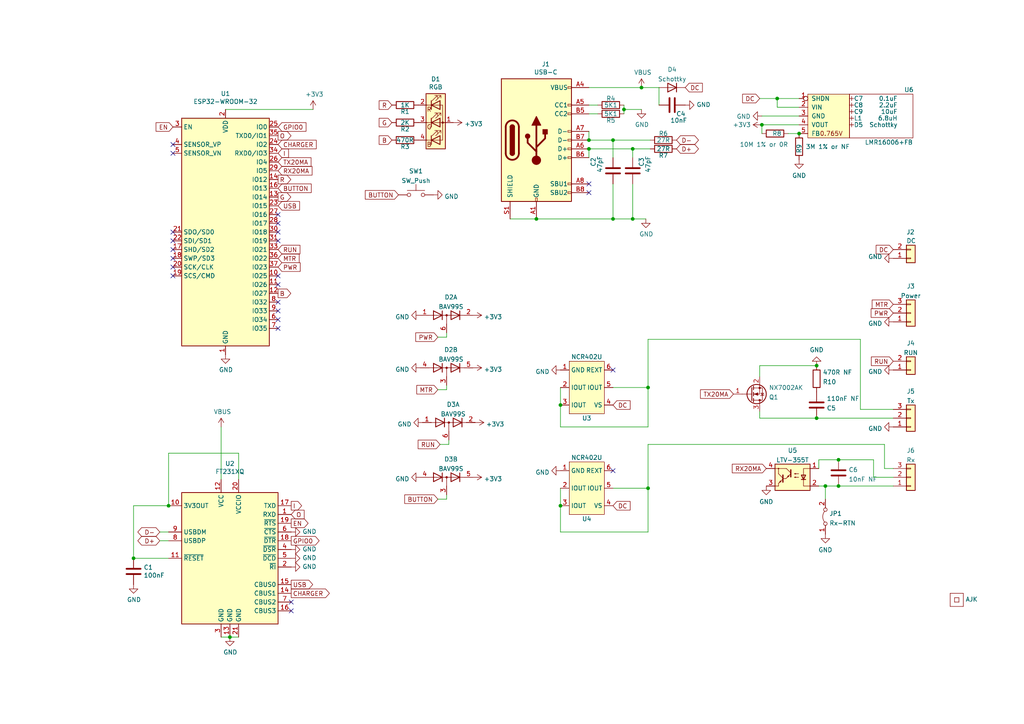
<source format=kicad_sch>
(kicad_sch (version 20211123) (generator eeschema)
  (paper "A4")
  (title_block (title "ASR33 controller") (date "${DATE}") (rev "1") (comment 1 "@TheRealRevK") (comment 2 "www.me.uk"))
  (lib_symbols
    (symbol "Connector:USB_C_Receptacle_USB2.0" (pin_names (offset 1.016))
      (property "Reference" "J" (at -10.16 19.05 0))
      (property "Value" "USB_C_Receptacle_USB2.0" (at 19.05 19.05 0))
      (symbol "USB_C_Receptacle_USB2.0_0_0"
        (rectangle (start -0.254 -17.78) (end 0.254 -16.764))
        (rectangle (start 10.16 -14.986) (end 9.144 -15.494))
        (rectangle (start 10.16 -12.446) (end 9.144 -12.954))
        (rectangle (start 10.16 -4.826) (end 9.144 -5.334))
        (rectangle (start 10.16 -2.286) (end 9.144 -2.794))
        (rectangle (start 10.16 0.254) (end 9.144 -0.254))
        (rectangle (start 10.16 2.794) (end 9.144 2.286))
        (rectangle (start 10.16 7.874) (end 9.144 7.366))
        (rectangle (start 10.16 10.414) (end 9.144 9.906))
        (rectangle (start 10.16 15.494) (end 9.144 14.986))
      )
      (symbol "USB_C_Receptacle_USB2.0_0_1"
        (rectangle (start -10.16 17.78) (end 10.16 -17.78) (stroke (width 0.254)) (fill (type background)))
        (arc (start -8.89 -3.81) (mid -6.985 -5.715) (end -5.08 -3.81) (stroke (width 0.508)))
        (arc (start -7.62 -3.81) (mid -6.985 -4.445) (end -6.35 -3.81) (stroke (width 0.254)))
        (arc (start -7.62 -3.81) (mid -6.985 -4.445) (end -6.35 -3.81) (stroke (width 0.254)) (fill (type outline)))
        (rectangle (start -7.62 -3.81) (end -6.35 3.81) (stroke (width 0.254)) (fill (type outline)))
        (arc (start -6.35 3.81) (mid -6.985 4.445) (end -7.62 3.81) (stroke (width 0.254)))
        (arc (start -6.35 3.81) (mid -6.985 4.445) (end -7.62 3.81) (stroke (width 0.254)) (fill (type outline)))
        (arc (start -5.08 3.81) (mid -6.985 5.715) (end -8.89 3.81) (stroke (width 0.508)))
        (circle (center -2.54 1.143) (radius 0.635) (stroke (width 0.254)) (fill (type outline)))
        (circle (center 0 -5.842) (radius 1.27) (fill (type outline)))
        (polyline (pts (xy -8.89 -3.81) (xy -8.89 3.81)) (stroke (width 0.508)))
        (polyline (pts (xy -5.08 3.81) (xy -5.08 -3.81)) (stroke (width 0.508)))
        (polyline (pts (xy 0 -5.842) (xy 0 4.318)) (stroke (width 0.508)))
        (polyline (pts (xy 0 -3.302) (xy -2.54 -0.762) (xy -2.54 0.508)) (stroke (width 0.508)))
        (polyline (pts (xy 0 -2.032) (xy 2.54 0.508) (xy 2.54 1.778)) (stroke (width 0.508)))
        (polyline (pts (xy -1.27 4.318) (xy 0 6.858) (xy 1.27 4.318) (xy -1.27 4.318)) (stroke (width 0.254)) (fill (type outline)))
        (rectangle (start 1.905 1.778) (end 3.175 3.048) (stroke (width 0.254)) (fill (type outline)))
      )
      (symbol "USB_C_Receptacle_USB2.0_1_1"
        (pin passive line (at 0 -22.86 90) (length 5.08) (name "GND") (number "A1"))
        (pin passive line (at 0 -22.86 90) (length 5.08) hide (name "GND") (number "A12"))
        (pin passive line (at 15.24 15.24 180) (length 5.08) (name "VBUS") (number "A4"))
        (pin bidirectional line (at 15.24 10.16 180) (length 5.08) (name "CC1") (number "A5"))
        (pin bidirectional line (at 15.24 -2.54 180) (length 5.08) (name "D+") (number "A6"))
        (pin bidirectional line (at 15.24 2.54 180) (length 5.08) (name "D-") (number "A7"))
        (pin bidirectional line (at 15.24 -12.7 180) (length 5.08) (name "SBU1") (number "A8"))
        (pin passive line (at 15.24 15.24 180) (length 5.08) hide (name "VBUS") (number "A9"))
        (pin passive line (at 0 -22.86 90) (length 5.08) hide (name "GND") (number "B1"))
        (pin passive line (at 0 -22.86 90) (length 5.08) hide (name "GND") (number "B12"))
        (pin passive line (at 15.24 15.24 180) (length 5.08) hide (name "VBUS") (number "B4"))
        (pin bidirectional line (at 15.24 7.62 180) (length 5.08) (name "CC2") (number "B5"))
        (pin bidirectional line (at 15.24 -5.08 180) (length 5.08) (name "D+") (number "B6"))
        (pin bidirectional line (at 15.24 0 180) (length 5.08) (name "D-") (number "B7"))
        (pin bidirectional line (at 15.24 -15.24 180) (length 5.08) (name "SBU2") (number "B8"))
        (pin passive line (at 15.24 15.24 180) (length 5.08) hide (name "VBUS") (number "B9"))
        (pin passive line (at -7.62 -22.86 90) (length 5.08) (name "SHIELD") (number "S1"))
      )
    )
    (symbol "Connector_Generic:Conn_01x02" (pin_names (offset 1.016) hide)
      (property "Reference" "J" (at 0 2.54 0))
      (property "Value" "Conn_01x02" (at 0 -5.08 0))
      (symbol "Conn_01x02_1_1"
        (rectangle (start -1.27 -2.413) (end 0 -2.667) (stroke (width 0.1524)))
        (rectangle (start -1.27 0.127) (end 0 -0.127) (stroke (width 0.1524)))
        (rectangle (start -1.27 1.27) (end 1.27 -3.81) (stroke (width 0.254)) (fill (type background)))
        (pin passive line (at -5.08 0 0) (length 3.81) (name "Pin_1") (number "1"))
        (pin passive line (at -5.08 -2.54 0) (length 3.81) (name "Pin_2") (number "2"))
      )
    )
    (symbol "Connector_Generic:Conn_01x03" (pin_names (offset 1.016) hide)
      (property "Reference" "J" (at 0 5.08 0))
      (property "Value" "Conn_01x03" (at 0 -5.08 0))
      (symbol "Conn_01x03_1_1"
        (rectangle (start -1.27 -2.413) (end 0 -2.667) (stroke (width 0.1524)))
        (rectangle (start -1.27 0.127) (end 0 -0.127) (stroke (width 0.1524)))
        (rectangle (start -1.27 2.667) (end 0 2.413) (stroke (width 0.1524)))
        (rectangle (start -1.27 3.81) (end 1.27 -3.81) (stroke (width 0.254)) (fill (type background)))
        (pin passive line (at -5.08 2.54 0) (length 3.81) (name "Pin_1") (number "1"))
        (pin passive line (at -5.08 0 0) (length 3.81) (name "Pin_2") (number "2"))
        (pin passive line (at -5.08 -2.54 0) (length 3.81) (name "Pin_3") (number "3"))
      )
    )
    (symbol "Device:C" (pin_numbers hide) (pin_names (offset 0.254))
      (property "Reference" "C" (at 0.635 2.54 0))
      (property "Value" "C" (at 0.635 -2.54 0))
      (symbol "C_0_1"
        (polyline (pts (xy -2.032 -0.762) (xy 2.032 -0.762)) (stroke (width 0.508)))
        (polyline (pts (xy -2.032 0.762) (xy 2.032 0.762)) (stroke (width 0.508)))
      )
      (symbol "C_1_1"
        (pin passive line (at 0 3.81 270) (length 2.794) (name "~") (number "1"))
        (pin passive line (at 0 -3.81 90) (length 2.794) (name "~") (number "2"))
      )
    )
    (symbol "Device:D" (pin_numbers hide) (pin_names (offset 1.016) hide)
      (property "Reference" "D" (at 0 2.54 0))
      (property "Value" "D" (at 0 -2.54 0))
      (symbol "D_0_1"
        (polyline (pts (xy -1.27 1.27) (xy -1.27 -1.27)) (stroke (width 0.254)))
        (polyline (pts (xy 1.27 0) (xy -1.27 0)))
        (polyline (pts (xy 1.27 1.27) (xy 1.27 -1.27) (xy -1.27 0) (xy 1.27 1.27)) (stroke (width 0.254)))
      )
      (symbol "D_1_1"
        (pin passive line (at -3.81 0 0) (length 2.54) (name "K") (number "1"))
        (pin passive line (at 3.81 0 180) (length 2.54) (name "A") (number "2"))
      )
    )
    (symbol "Device:LED_ARGB" (pin_names (offset 0) hide)
      (property "Reference" "D" (at 0 9.398 0))
      (property "Value" "LED_ARGB" (at 0 -8.89 0))
      (symbol "LED_ARGB_0_0"
        (text "B" (at -1.905 -6.35 0) (effects (font (size 1.27 1.27))))
        (text "G" (at -1.905 -1.27 0) (effects (font (size 1.27 1.27))))
        (text "R" (at -1.905 3.81 0) (effects (font (size 1.27 1.27))))
      )
      (symbol "LED_ARGB_0_1"
        (polyline (pts (xy -1.27 -5.08) (xy -2.54 -5.08)))
        (polyline (pts (xy -1.27 -5.08) (xy 1.27 -5.08)))
        (polyline (pts (xy -1.27 -3.81) (xy -1.27 -6.35)) (stroke (width 0.254)))
        (polyline (pts (xy -1.27 0) (xy -2.54 0)))
        (polyline (pts (xy -1.27 1.27) (xy -1.27 -1.27)) (stroke (width 0.254)))
        (polyline (pts (xy -1.27 5.08) (xy -2.54 5.08)))
        (polyline (pts (xy -1.27 5.08) (xy 1.27 5.08)))
        (polyline (pts (xy -1.27 6.35) (xy -1.27 3.81)) (stroke (width 0.254)))
        (polyline (pts (xy 1.27 0) (xy -1.27 0)))
        (polyline (pts (xy 1.27 0) (xy 2.54 0)))
        (polyline (pts (xy -1.27 1.27) (xy -1.27 -1.27) (xy -1.27 -1.27)))
        (polyline (pts (xy -1.27 6.35) (xy -1.27 3.81) (xy -1.27 3.81)))
        (polyline (pts (xy 1.27 -5.08) (xy 2.032 -5.08) (xy 2.032 5.08) (xy 1.27 5.08)))
        (polyline (pts (xy 1.27 -3.81) (xy 1.27 -6.35) (xy -1.27 -5.08) (xy 1.27 -3.81)) (stroke (width 0.254)))
        (polyline (pts (xy 1.27 1.27) (xy 1.27 -1.27) (xy -1.27 0) (xy 1.27 1.27)) (stroke (width 0.254)))
        (polyline (pts (xy 1.27 6.35) (xy 1.27 3.81) (xy -1.27 5.08) (xy 1.27 6.35)) (stroke (width 0.254)))
        (polyline (pts (xy -1.016 -3.81) (xy 0.508 -2.286) (xy -0.254 -2.286) (xy 0.508 -2.286) (xy 0.508 -3.048)))
        (polyline (pts (xy -1.016 1.27) (xy 0.508 2.794) (xy -0.254 2.794) (xy 0.508 2.794) (xy 0.508 2.032)))
        (polyline (pts (xy -1.016 6.35) (xy 0.508 7.874) (xy -0.254 7.874) (xy 0.508 7.874) (xy 0.508 7.112)))
        (polyline (pts (xy 0 -3.81) (xy 1.524 -2.286) (xy 0.762 -2.286) (xy 1.524 -2.286) (xy 1.524 -3.048)))
        (polyline (pts (xy 0 1.27) (xy 1.524 2.794) (xy 0.762 2.794) (xy 1.524 2.794) (xy 1.524 2.032)))
        (polyline (pts (xy 0 6.35) (xy 1.524 7.874) (xy 0.762 7.874) (xy 1.524 7.874) (xy 1.524 7.112)))
        (rectangle (start 1.27 -1.27) (end 1.27 1.27))
        (rectangle (start 1.27 1.27) (end 1.27 1.27))
        (rectangle (start 1.27 3.81) (end 1.27 6.35))
        (rectangle (start 1.27 6.35) (end 1.27 6.35))
        (circle (center 2.032 0) (radius 0.254) (fill (type outline)))
        (rectangle (start 2.794 8.382) (end -2.794 -7.62) (stroke (width 0.254)) (fill (type background)))
      )
      (symbol "LED_ARGB_1_1"
        (pin passive line (at 5.08 0 180) (length 2.54) (name "A") (number "1"))
        (pin passive line (at -5.08 5.08 0) (length 2.54) (name "RK") (number "2"))
        (pin passive line (at -5.08 0 0) (length 2.54) (name "GK") (number "3"))
        (pin passive line (at -5.08 -5.08 0) (length 2.54) (name "BK") (number "4"))
      )
    )
    (symbol "Device:R" (pin_numbers hide) (pin_names (offset 0))
      (property "Reference" "R" (at 2.032 0 90))
      (property "Value" "R" (at 0 0 90))
      (symbol "R_0_1"
        (rectangle (start -1.016 -2.54) (end 1.016 2.54) (stroke (width 0.254)))
      )
      (symbol "R_1_1"
        (pin passive line (at 0 3.81 270) (length 1.27) (name "~") (number "1"))
        (pin passive line (at 0 -3.81 90) (length 1.27) (name "~") (number "2"))
      )
    )
    (symbol "Diode:BAV99S" (pin_names (offset 0.0254) hide)
      (property "Reference" "D" (at 0 2.54 0))
      (property "Value" "BAV99S" (at 0 5.08 0))
      (symbol "BAV99S_0_1"
        (polyline (pts (xy -5.08 0) (xy 5.08 0)))
        (polyline (pts (xy 0 0) (xy 0 -2.54)))
        (polyline (pts (xy -1.27 -1.27) (xy -1.27 1.27) (xy -1.27 1.27)) (stroke (width 0.254)))
        (polyline (pts (xy 3.81 1.27) (xy 3.81 -1.27) (xy 3.81 -1.27)) (stroke (width 0.254)))
        (polyline (pts (xy -3.81 1.27) (xy -1.27 0) (xy -3.81 -1.27) (xy -3.81 1.27) (xy -3.81 1.27) (xy -3.81 1.27)) (stroke (width 0.254)))
        (polyline (pts (xy 1.27 1.27) (xy 3.81 0) (xy 1.27 -1.27) (xy 1.27 1.27) (xy 1.27 1.27) (xy 1.27 1.27)) (stroke (width 0.254)))
        (circle (center 0 0) (radius 0.254) (fill (type outline)))
      )
      (symbol "BAV99S_1_1"
        (polyline (pts (xy 6.35 0) (xy 7.62 0)))
        (pin passive line (at -7.62 0 0) (length 2.54) (name "A1") (number "1"))
        (pin passive line (at 7.62 0 180) (length 2.54) (name "K2") (number "2"))
        (pin passive line (at 0 -5.08 90) (length 2.54) (name "K3A4") (number "6"))
      )
      (symbol "BAV99S_2_1"
        (polyline (pts (xy 6.35 0) (xy 7.62 0)))
        (pin passive line (at 0 -5.08 90) (length 2.54) (name "K1A2") (number "3"))
        (pin passive line (at -7.62 0 0) (length 2.54) (name "A3") (number "4"))
        (pin passive line (at 7.62 0 180) (length 2.54) (name "K4") (number "5"))
      )
    )
    (symbol "Interface_USB:FT231XQ"
      (property "Reference" "U" (at -13.97 20.32 0))
      (property "Value" "FT231XQ" (at 6.35 20.32 0))
      (symbol "FT231XQ_0_1"
        (rectangle (start -13.97 19.05) (end 13.97 -19.05) (stroke (width 0.254)) (fill (type background)))
      )
      (symbol "FT231XQ_1_1"
        (pin input line (at 17.78 12.7 180) (length 3.81) (name "RXD") (number "1"))
        (pin power_out line (at -17.78 15.24 0) (length 3.81) (name "3V3OUT") (number "10"))
        (pin input line (at -17.78 0 0) (length 3.81) (name "~{RESET}") (number "11"))
        (pin power_in line (at -2.54 22.86 270) (length 3.81) (name "VCC") (number "12"))
        (pin power_in line (at 0 -22.86 90) (length 3.81) (name "GND") (number "13"))
        (pin bidirectional line (at 17.78 -10.16 180) (length 3.81) (name "CBUS1") (number "14"))
        (pin bidirectional line (at 17.78 -7.62 180) (length 3.81) (name "CBUS0") (number "15"))
        (pin bidirectional line (at 17.78 -15.24 180) (length 3.81) (name "CBUS3") (number "16"))
        (pin output line (at 17.78 15.24 180) (length 3.81) (name "TXD") (number "17"))
        (pin output line (at 17.78 5.08 180) (length 3.81) (name "~{DTR}") (number "18"))
        (pin output line (at 17.78 10.16 180) (length 3.81) (name "~{RTS}") (number "19"))
        (pin input line (at 17.78 -2.54 180) (length 3.81) (name "~{RI}") (number "2"))
        (pin power_in line (at 2.54 22.86 270) (length 3.81) (name "VCCIO") (number "20"))
        (pin power_in line (at 2.54 -22.86 90) (length 3.81) (name "GND") (number "21"))
        (pin power_in line (at -2.54 -22.86 90) (length 3.81) (name "GND") (number "3"))
        (pin input line (at 17.78 2.54 180) (length 3.81) (name "~{DSR}") (number "4"))
        (pin input line (at 17.78 0 180) (length 3.81) (name "~{DCD}") (number "5"))
        (pin input line (at 17.78 7.62 180) (length 3.81) (name "~{CTS}") (number "6"))
        (pin bidirectional line (at 17.78 -12.7 180) (length 3.81) (name "CBUS2") (number "7"))
        (pin bidirectional line (at -17.78 5.08 0) (length 3.81) (name "USBDP") (number "8"))
        (pin bidirectional line (at -17.78 7.62 0) (length 3.81) (name "USBDM") (number "9"))
      )
    )
    (symbol "Isolator:LTV-355T" (pin_names (offset 1.016))
      (property "Reference" "U" (at -5.334 4.826 0))
      (property "Value" "LTV-355T" (at 0 5.08 0))
      (symbol "LTV-355T_0_1"
        (rectangle (start -5.08 3.81) (end 5.08 -3.81) (stroke (width 0.254)) (fill (type background)))
        (polyline (pts (xy -3.81 -0.635) (xy -2.54 -0.635)) (stroke (width 0.254)))
        (polyline (pts (xy 0.508 1.016) (xy 1.905 -0.381)))
        (polyline (pts (xy 0.508 1.27) (xy 1.778 2.54)))
        (polyline (pts (xy 0.508 2.159) (xy 0.508 0.127)) (stroke (width 0.3556)))
        (polyline (pts (xy 1.778 2.54) (xy 5.08 2.54)))
        (polyline (pts (xy 2.794 -0.508) (xy 4.064 -1.778)))
        (polyline (pts (xy 2.794 -0.381) (xy 1.905 -0.381)))
        (polyline (pts (xy 2.794 -0.254) (xy 4.064 1.016)))
        (polyline (pts (xy 4.064 -2.54) (xy 5.08 -2.54)))
        (polyline (pts (xy 4.064 -1.778) (xy 4.064 -2.54)))
        (polyline (pts (xy 4.064 1.016) (xy 4.064 2.54)))
        (polyline (pts (xy -5.08 2.54) (xy -3.175 2.54) (xy -3.175 -0.762)))
        (polyline (pts (xy -3.175 -0.635) (xy -3.175 -2.54) (xy -5.08 -2.54)))
        (polyline (pts (xy 2.794 0.635) (xy 2.794 -1.397) (xy 2.794 -1.397)) (stroke (width 0.3556)))
        (polyline (pts (xy -3.175 -0.635) (xy -3.81 0.635) (xy -2.54 0.635) (xy -3.175 -0.635)) (stroke (width 0.254)))
        (polyline (pts (xy 1.524 0) (xy 1.27 0.508) (xy 1.016 0.254) (xy 1.524 0)))
        (polyline (pts (xy 3.81 -1.524) (xy 3.556 -1.016) (xy 3.302 -1.27) (xy 3.81 -1.524)))
        (polyline (pts (xy -1.778 0) (xy -0.508 0) (xy -0.889 -0.127) (xy -0.889 0.127) (xy -0.508 0)))
        (polyline (pts (xy -1.778 1.016) (xy -0.508 1.016) (xy -0.889 0.889) (xy -0.889 1.143) (xy -0.508 1.016)))
        (circle (center 4.064 2.54) (radius 0.127))
      )
      (symbol "LTV-355T_1_1"
        (pin passive line (at -7.62 2.54 0) (length 2.54) (name "~") (number "1"))
        (pin passive line (at -7.62 -2.54 0) (length 2.54) (name "~") (number "2"))
        (pin passive line (at 7.62 -2.54 180) (length 2.54) (name "~") (number "3"))
        (pin passive line (at 7.62 2.54 180) (length 2.54) (name "~") (number "4"))
      )
    )
    (symbol "Jumper:Jumper_2_Bridged" (pin_names (offset 0) hide)
      (property "Reference" "JP" (at 0 1.905 0))
      (property "Value" "Jumper_2_Bridged" (at 0 -2.54 0))
      (symbol "Jumper_2_Bridged_0_0"
        (circle (center -2.032 0) (radius 0.508))
        (circle (center 2.032 0) (radius 0.508))
      )
      (symbol "Jumper_2_Bridged_0_1"
        (arc (start 1.524 0.254) (mid 0 0.762) (end -1.524 0.254))
      )
      (symbol "Jumper_2_Bridged_1_1"
        (pin passive line (at -5.08 0 0) (length 2.54) (name "A") (number "1"))
        (pin passive line (at 5.08 0 180) (length 2.54) (name "B") (number "2"))
      )
    )
    (symbol "NCR402U_1"
      (property "Reference" "U" (at 0 -8.89 0))
      (property "Value" "NCR402U_1" (at 0 8.89 0))
      (symbol "NCR402U_1_0_1"
        (rectangle (start -5.08 7.62) (end 5.08 -7.62) (stroke (width 0.1524)) (fill (type background)))
      )
      (symbol "NCR402U_1_1_1"
        (pin power_in line (at -7.62 5.08 0) (length 2.54) (name "GND") (number "1"))
        (pin passive line (at -7.62 0 0) (length 2.54) (name "IOUT") (number "2"))
        (pin passive line (at -7.62 -5.08 0) (length 2.54) (name "IOUT") (number "3"))
        (pin power_in line (at 7.62 -5.08 180) (length 2.54) (name "VS") (number "4"))
        (pin passive line (at 7.62 0 180) (length 2.54) (name "IOUT") (number "5"))
        (pin passive line (at 7.62 5.08 180) (length 2.54) (name "REXT") (number "6"))
      )
    )
    (symbol "RF_Module:ESP32-WROOM-32"
      (property "Reference" "U" (at -12.7 34.29 0))
      (property "Value" "ESP32-WROOM-32" (at 1.27 34.29 0))
      (symbol "ESP32-WROOM-32_0_1"
        (rectangle (start -12.7 33.02) (end 12.7 -33.02) (stroke (width 0.254)) (fill (type background)))
      )
      (symbol "ESP32-WROOM-32_1_1"
        (pin power_in line (at 0 -35.56 90) (length 2.54) (name "GND") (number "1"))
        (pin bidirectional line (at 15.24 -12.7 180) (length 2.54) (name "IO25") (number "10"))
        (pin bidirectional line (at 15.24 -15.24 180) (length 2.54) (name "IO26") (number "11"))
        (pin bidirectional line (at 15.24 -17.78 180) (length 2.54) (name "IO27") (number "12"))
        (pin bidirectional line (at 15.24 10.16 180) (length 2.54) (name "IO14") (number "13"))
        (pin bidirectional line (at 15.24 15.24 180) (length 2.54) (name "IO12") (number "14"))
        (pin passive line (at 0 -35.56 90) (length 2.54) hide (name "GND") (number "15"))
        (pin bidirectional line (at 15.24 12.7 180) (length 2.54) (name "IO13") (number "16"))
        (pin bidirectional line (at -15.24 -5.08 0) (length 2.54) (name "SHD/SD2") (number "17"))
        (pin bidirectional line (at -15.24 -7.62 0) (length 2.54) (name "SWP/SD3") (number "18"))
        (pin bidirectional line (at -15.24 -12.7 0) (length 2.54) (name "SCS/CMD") (number "19"))
        (pin power_in line (at 0 35.56 270) (length 2.54) (name "VDD") (number "2"))
        (pin bidirectional line (at -15.24 -10.16 0) (length 2.54) (name "SCK/CLK") (number "20"))
        (pin bidirectional line (at -15.24 0 0) (length 2.54) (name "SDO/SD0") (number "21"))
        (pin bidirectional line (at -15.24 -2.54 0) (length 2.54) (name "SDI/SD1") (number "22"))
        (pin bidirectional line (at 15.24 7.62 180) (length 2.54) (name "IO15") (number "23"))
        (pin bidirectional line (at 15.24 25.4 180) (length 2.54) (name "IO2") (number "24"))
        (pin bidirectional line (at 15.24 30.48 180) (length 2.54) (name "IO0") (number "25"))
        (pin bidirectional line (at 15.24 20.32 180) (length 2.54) (name "IO4") (number "26"))
        (pin bidirectional line (at 15.24 5.08 180) (length 2.54) (name "IO16") (number "27"))
        (pin bidirectional line (at 15.24 2.54 180) (length 2.54) (name "IO17") (number "28"))
        (pin bidirectional line (at 15.24 17.78 180) (length 2.54) (name "IO5") (number "29"))
        (pin input line (at -15.24 30.48 0) (length 2.54) (name "EN") (number "3"))
        (pin bidirectional line (at 15.24 0 180) (length 2.54) (name "IO18") (number "30"))
        (pin bidirectional line (at 15.24 -2.54 180) (length 2.54) (name "IO19") (number "31"))
        (pin no_connect line (at -12.7 -27.94 0) (length 2.54) hide (name "NC") (number "32"))
        (pin bidirectional line (at 15.24 -5.08 180) (length 2.54) (name "IO21") (number "33"))
        (pin bidirectional line (at 15.24 22.86 180) (length 2.54) (name "RXD0/IO3") (number "34"))
        (pin bidirectional line (at 15.24 27.94 180) (length 2.54) (name "TXD0/IO1") (number "35"))
        (pin bidirectional line (at 15.24 -7.62 180) (length 2.54) (name "IO22") (number "36"))
        (pin bidirectional line (at 15.24 -10.16 180) (length 2.54) (name "IO23") (number "37"))
        (pin passive line (at 0 -35.56 90) (length 2.54) hide (name "GND") (number "38"))
        (pin passive line (at 0 -35.56 90) (length 2.54) hide (name "GND") (number "39"))
        (pin input line (at -15.24 25.4 0) (length 2.54) (name "SENSOR_VP") (number "4"))
        (pin input line (at -15.24 22.86 0) (length 2.54) (name "SENSOR_VN") (number "5"))
        (pin input line (at 15.24 -25.4 180) (length 2.54) (name "IO34") (number "6"))
        (pin input line (at 15.24 -27.94 180) (length 2.54) (name "IO35") (number "7"))
        (pin bidirectional line (at 15.24 -20.32 180) (length 2.54) (name "IO32") (number "8"))
        (pin bidirectional line (at 15.24 -22.86 180) (length 2.54) (name "IO33") (number "9"))
      )
    )
    (symbol "RevK:AJK" (pin_names (offset 1.016)) (in_bom no)
      (property "Value" "AJK" (at 0 0 0))
    )
    (symbol "RevK:Hidden" (pin_names (offset 1.016))
      (property "Reference" "Z" (at 0.635 0 0))
      (property "Value" "Hidden" (at 4.445 0 0))
      (symbol "Hidden_0_1"
        (polyline (pts (xy -0.635 0) (xy 0.635 0)) (stroke (width 0.1524)))
        (polyline (pts (xy 0 0.635) (xy 0 -0.635)) (stroke (width 0.1524)))
      )
      (symbol "Hidden_1_1"
        (pin no_connect non_logic (at 0 -2.54 90) (length 2.54) hide (name "~") (number "~"))
      )
    )
    (symbol "RevK:LMR16006+FB" (pin_names (offset 1.016))
      (property "Reference" "U" (at 11.43 2.54 0))
      (property "Value" "LMR16006+FB" (at 7.62 -12.7 0))
      (symbol "LMR16006+FB_0_0"
        (rectangle (start 2.54 1.27) (end 14.605 -11.43) (fill (type background)))
        (text "0.765V" (at 12.7 -10.16 0) (effects (font (size 1.27 1.27)) (justify right)))
      )
      (symbol "LMR16006+FB_0_1"
        (rectangle (start 14.605 1.27) (end 33.02 -11.43))
      )
      (symbol "LMR16006+FB_1_1"
        (pin input inverted (at 0 0 0) (length 2.54) (name "SHDN") (number "1"))
        (pin power_in line (at 0 -2.54 0) (length 2.54) (name "VIN") (number "2"))
        (pin power_in line (at 0 -5.08 0) (length 2.54) (name "GND") (number "3"))
        (pin power_out line (at 0 -7.62 0) (length 2.54) (name "VOUT") (number "4"))
        (pin passive line (at 0 -10.16 0) (length 2.54) (name "FB") (number "5"))
      )
    )
    (symbol "RevK:NCR402U"
      (property "Reference" "U" (at 0 -8.89 0))
      (property "Value" "NCR402U" (at 0 8.89 0))
      (symbol "NCR402U_0_1"
        (rectangle (start -5.08 7.62) (end 5.08 -7.62) (stroke (width 0.1524)) (fill (type background)))
      )
      (symbol "NCR402U_1_1"
        (pin power_in line (at -7.62 5.08 0) (length 2.54) (name "GND") (number "1"))
        (pin passive line (at -7.62 0 0) (length 2.54) (name "IOUT") (number "2"))
        (pin passive line (at -7.62 -5.08 0) (length 2.54) (name "IOUT") (number "3"))
        (pin power_in line (at 7.62 -5.08 180) (length 2.54) (name "VS") (number "4"))
        (pin passive line (at 7.62 0 180) (length 2.54) (name "IOUT") (number "5"))
        (pin passive line (at 7.62 5.08 180) (length 2.54) (name "REXT") (number "6"))
      )
    )
    (symbol "RevK:NX7002AK" (pin_names (offset 0) hide)
      (property "Reference" "Q" (at 5.08 1.27 0))
      (property "Value" "NX7002AK" (at 5.08 -1.27 0))
      (symbol "NX7002AK_0_1"
        (polyline (pts (xy 0.254 0) (xy -2.54 0)))
        (polyline (pts (xy 0.254 1.905) (xy 0.254 -1.905)) (stroke (width 0.254)))
        (polyline (pts (xy 0.762 -1.27) (xy 0.762 -2.286)) (stroke (width 0.254)))
        (polyline (pts (xy 0.762 0.508) (xy 0.762 -0.508)) (stroke (width 0.254)))
        (polyline (pts (xy 0.762 2.286) (xy 0.762 1.27)) (stroke (width 0.254)))
        (polyline (pts (xy 2.54 2.54) (xy 2.54 1.778)))
        (polyline (pts (xy 2.54 -2.54) (xy 2.54 0) (xy 0.762 0)))
        (polyline (pts (xy 0.762 -1.778) (xy 3.302 -1.778) (xy 3.302 1.778) (xy 0.762 1.778)))
        (polyline (pts (xy 1.016 0) (xy 2.032 0.381) (xy 2.032 -0.381) (xy 1.016 0)) (fill (type outline)))
        (polyline (pts (xy 2.794 0.508) (xy 2.921 0.381) (xy 3.683 0.381) (xy 3.81 0.254)))
        (polyline (pts (xy 3.302 0.381) (xy 2.921 -0.254) (xy 3.683 -0.254) (xy 3.302 0.381)))
        (circle (center 1.651 0) (radius 2.794) (stroke (width 0.254)))
        (circle (center 2.54 -1.778) (radius 0.254) (fill (type outline)))
        (circle (center 2.54 1.778) (radius 0.254) (fill (type outline)))
      )
      (symbol "NX7002AK_1_1"
        (pin input line (at -5.08 0 0) (length 2.54) (name "G") (number "1"))
        (pin passive line (at 2.54 -5.08 90) (length 2.54) (name "S") (number "2"))
        (pin passive line (at 2.54 5.08 270) (length 2.54) (name "D") (number "3"))
      )
    )
    (symbol "RevK:QR" (pin_names (offset 1.016)) (in_bom no)
      (symbol "QR_0_1"
        (rectangle (start -1.905 -1.905) (end -1.905 1.905))
        (rectangle (start -1.905 1.905) (end 1.905 1.905))
        (rectangle (start -0.635 -0.635) (end -0.635 0.635))
        (rectangle (start -0.635 0.635) (end 0.635 0.635))
        (rectangle (start 0.635 -0.635) (end -0.635 -0.635))
        (rectangle (start 0.635 0.635) (end 0.635 -0.635))
        (rectangle (start 1.905 -1.905) (end -1.905 -1.905))
        (rectangle (start 1.905 1.905) (end 1.905 -1.905))
      )
    )
    (symbol "Switch:SW_Push" (pin_numbers hide) (pin_names (offset 1.016) hide)
      (property "Reference" "SW" (at 1.27 2.54 0))
      (property "Value" "SW_Push" (at 0 -1.524 0))
      (symbol "SW_Push_0_1"
        (circle (center -2.032 0) (radius 0.508))
        (polyline (pts (xy 0 1.27) (xy 0 3.048)))
        (polyline (pts (xy 2.54 1.27) (xy -2.54 1.27)))
        (circle (center 2.032 0) (radius 0.508))
        (pin passive line (at -5.08 0 0) (length 2.54) (name "1") (number "1"))
        (pin passive line (at 5.08 0 180) (length 2.54) (name "2") (number "2"))
      )
    )
    (symbol "power:+3.3V" (power) (pin_names (offset 0))
      (property "Value" "+3.3V" (at 0 3.556 0))
      (symbol "+3.3V_0_1"
        (polyline (pts (xy -0.762 1.27) (xy 0 2.54)))
        (polyline (pts (xy 0 0) (xy 0 2.54)))
        (polyline (pts (xy 0 2.54) (xy 0.762 1.27)))
      )
      (symbol "+3.3V_1_1"
        (pin power_in line (at 0 0 90) (length 0) hide (name "+3V3") (number "1"))
      )
    )
    (symbol "power:GND" (power) (pin_names (offset 0))
      (property "Value" "GND" (at 0 -3.81 0))
      (symbol "GND_0_1"
        (polyline (pts (xy 0 0) (xy 0 -1.27) (xy 1.27 -1.27) (xy 0 -2.54) (xy -1.27 -1.27) (xy 0 -1.27)))
      )
      (symbol "GND_1_1"
        (pin power_in line (at 0 0 270) (length 0) hide (name "GND") (number "1"))
      )
    )
    (symbol "power:VBUS" (power) (pin_names (offset 0))
      (property "Value" "VBUS" (at 0 3.81 0))
      (symbol "VBUS_0_1"
        (polyline (pts (xy -0.762 1.27) (xy 0 2.54)))
        (polyline (pts (xy 0 0) (xy 0 2.54)))
        (polyline (pts (xy 0 2.54) (xy 0.762 1.27)))
      )
      (symbol "VBUS_1_1"
        (pin power_in line (at 0 0 90) (length 0) hide (name "VBUS") (number "1"))
      )
    )
  )
  (junction (at 183.515 43.18))
  (junction (at 231.775 38.735))
  (junction (at 187.96 112.395))
  (junction (at 162.56 117.475))
  (junction (at 183.515 63.5))
  (junction (at 170.815 43.18))
  (junction (at 236.855 121.285))
  (junction (at 225.425 28.575))
  (junction (at 187.96 141.605))
  (junction (at 243.205 140.97))
  (junction (at 243.205 133.35))
  (junction (at 48.895 146.685))
  (junction (at 155.575 63.5))
  (junction (at 66.675 184.785))
  (junction (at 38.735 161.925))
  (junction (at 239.395 140.97))
  (junction (at 236.855 106.045))
  (junction (at 177.8 63.5))
  (junction (at 220.98 36.195))
  (junction (at 186.055 25.4))
  (junction (at 177.8 40.64))
  (junction (at 162.56 146.685))
  (junction (at 180.975 31.75))
  (junction (at 170.815 40.64))
  (no_connect (at 80.645 62.23))
  (no_connect (at 170.815 53.34))
  (no_connect (at 50.165 80.01))
  (no_connect (at 50.165 74.93))
  (no_connect (at 80.645 67.31))
  (no_connect (at 50.165 69.85))
  (no_connect (at 80.645 92.71))
  (no_connect (at 80.645 95.25))
  (no_connect (at 80.645 90.17))
  (no_connect (at 80.645 80.01))
  (no_connect (at 50.165 67.31))
  (no_connect (at 80.645 82.55))
  (no_connect (at 80.645 64.77))
  (no_connect (at 84.455 177.165))
  (no_connect (at 50.165 44.45))
  (no_connect (at 80.645 69.85))
  (no_connect (at 80.645 87.63))
  (no_connect (at 50.165 72.39))
  (no_connect (at 177.8 136.525))
  (no_connect (at 177.8 107.315))
  (no_connect (at 84.455 174.625))
  (no_connect (at 170.815 55.88))
  (no_connect (at 50.165 77.47))
  (no_connect (at 50.165 41.91))
  (wire (pts (xy 129.54 144.78) (xy 127 144.78)))
  (wire (pts (xy 187.96 141.605) (xy 187.96 154.305)))
  (wire (pts (xy 187.96 112.395) (xy 187.96 98.425)))
  (wire (pts (xy 183.515 43.18) (xy 188.595 43.18)))
  (wire (pts (xy 177.8 53.34) (xy 177.8 63.5)))
  (wire (pts (xy 38.735 161.925) (xy 48.895 161.925)))
  (wire (pts (xy 180.975 31.75) (xy 180.975 33.02)))
  (wire (pts (xy 177.8 141.605) (xy 187.96 141.605)))
  (wire (pts (xy 187.96 98.425) (xy 249.555 98.425)))
  (wire (pts (xy 186.055 25.4) (xy 191.135 25.4)))
  (wire (pts (xy 239.395 140.97) (xy 239.395 144.78)))
  (wire (pts (xy 162.56 146.685) (xy 162.56 154.305)))
  (wire (pts (xy 187.96 141.605) (xy 187.96 128.905)))
  (wire (pts (xy 130.175 127.635) (xy 130.175 128.905)))
  (wire (pts (xy 183.515 63.5) (xy 187.325 63.5)))
  (wire (pts (xy 220.345 106.045) (xy 236.855 106.045)))
  (wire (pts (xy 129.54 143.51) (xy 129.54 144.78)))
  (wire (pts (xy 225.425 28.575) (xy 225.425 31.115)))
  (wire (pts (xy 170.815 40.64) (xy 177.8 40.64)))
  (wire (pts (xy 225.425 28.575) (xy 231.775 28.575)))
  (wire (pts (xy 191.135 25.4) (xy 191.135 30.48)))
  (wire (pts (xy 162.56 112.395) (xy 162.56 117.475)))
  (wire (pts (xy 237.49 135.89) (xy 237.49 133.35)))
  (wire (pts (xy 220.345 119.38) (xy 220.345 121.285)))
  (wire (pts (xy 220.98 36.195) (xy 231.775 36.195)))
  (wire (pts (xy 228.6 38.735) (xy 231.775 38.735)))
  (wire (pts (xy 38.735 161.925) (xy 38.735 146.685)))
  (wire (pts (xy 162.56 141.605) (xy 162.56 146.685)))
  (wire (pts (xy 249.555 118.745) (xy 259.08 118.745)))
  (wire (pts (xy 239.395 140.97) (xy 243.205 140.97)))
  (wire (pts (xy 220.98 36.195) (xy 220.98 38.735)))
  (wire (pts (xy 129.54 113.03) (xy 127 113.03)))
  (wire (pts (xy 220.345 109.22) (xy 220.345 106.045)))
  (wire (pts (xy 253.365 138.43) (xy 259.08 138.43)))
  (wire (pts (xy 183.515 43.18) (xy 183.515 45.72)))
  (wire (pts (xy 48.895 146.685) (xy 48.895 131.445)))
  (wire (pts (xy 147.955 63.5) (xy 155.575 63.5)))
  (wire (pts (xy 187.96 112.395) (xy 187.96 123.825)))
  (wire (pts (xy 236.855 121.285) (xy 259.08 121.285)))
  (wire (pts (xy 243.205 140.97) (xy 259.08 140.97)))
  (wire (pts (xy 170.815 38.1) (xy 170.815 40.64)))
  (wire (pts (xy 177.8 63.5) (xy 183.515 63.5)))
  (wire (pts (xy 65.405 31.75) (xy 90.805 31.75)))
  (wire (pts (xy 186.055 31.75) (xy 180.975 31.75)))
  (wire (pts (xy 177.8 112.395) (xy 187.96 112.395)))
  (wire (pts (xy 66.675 184.785) (xy 69.215 184.785)))
  (wire (pts (xy 48.895 131.445) (xy 69.215 131.445)))
  (wire (pts (xy 48.895 154.305) (xy 46.355 154.305)))
  (wire (pts (xy 155.575 63.5) (xy 177.8 63.5)))
  (wire (pts (xy 220.345 121.285) (xy 236.855 121.285)))
  (wire (pts (xy 64.135 123.825) (xy 64.135 139.065)))
  (wire (pts (xy 170.815 45.72) (xy 170.815 43.18)))
  (wire (pts (xy 180.975 30.48) (xy 180.975 31.75)))
  (wire (pts (xy 237.49 133.35) (xy 243.205 133.35)))
  (wire (pts (xy 130.175 128.905) (xy 127.635 128.905)))
  (wire (pts (xy 69.215 139.065) (xy 69.215 131.445)))
  (wire (pts (xy 162.56 123.825) (xy 187.96 123.825)))
  (wire (pts (xy 129.54 111.76) (xy 129.54 113.03)))
  (wire (pts (xy 162.56 154.305) (xy 187.96 154.305)))
  (wire (pts (xy 220.345 28.575) (xy 225.425 28.575)))
  (wire (pts (xy 170.815 30.48) (xy 173.355 30.48)))
  (wire (pts (xy 170.815 33.02) (xy 173.355 33.02)))
  (wire (pts (xy 170.815 43.18) (xy 183.515 43.18)))
  (wire (pts (xy 129.54 97.79) (xy 127 97.79)))
  (wire (pts (xy 237.49 140.97) (xy 239.395 140.97)))
  (wire (pts (xy 162.56 117.475) (xy 162.56 123.825)))
  (wire (pts (xy 46.355 156.845) (xy 48.895 156.845)))
  (wire (pts (xy 249.555 98.425) (xy 249.555 118.745)))
  (wire (pts (xy 129.54 96.52) (xy 129.54 97.79)))
  (wire (pts (xy 253.365 133.35) (xy 253.365 138.43)))
  (wire (pts (xy 183.515 53.34) (xy 183.515 63.5)))
  (wire (pts (xy 38.735 146.685) (xy 48.895 146.685)))
  (wire (pts (xy 220.98 33.655) (xy 231.775 33.655)))
  (wire (pts (xy 243.205 133.35) (xy 253.365 133.35)))
  (wire (pts (xy 64.135 184.785) (xy 66.675 184.785)))
  (wire (pts (xy 170.815 25.4) (xy 186.055 25.4)))
  (wire (pts (xy 256.54 128.905) (xy 256.54 135.89)))
  (wire (pts (xy 225.425 31.115) (xy 231.775 31.115)))
  (wire (pts (xy 177.8 40.64) (xy 177.8 45.72)))
  (wire (pts (xy 177.8 40.64) (xy 188.595 40.64)))
  (wire (pts (xy 187.96 128.905) (xy 256.54 128.905)))
  (wire (pts (xy 256.54 135.89) (xy 259.08 135.89)))
  (global_label "MTR" (shape input) (at 127 113.03 180) (property "Intersheet References" "${INTERSHEET_REFS}" (effects hide)))
  (global_label "D-" (shape bidirectional) (at 46.355 154.305 180) (property "Intersheet References" "${INTERSHEET_REFS}" (effects hide)))
  (global_label "CHARGER" (shape output) (at 84.455 172.085 0) (property "Intersheet References" "${INTERSHEET_REFS}" (effects hide)))
  (global_label "G" (shape input) (at 113.665 35.56 180) (property "Intersheet References" "${INTERSHEET_REFS}" (effects hide)))
  (global_label "DC" (shape input) (at 220.345 28.575 180) (property "Intersheet References" "${INTERSHEET_REFS}" (effects hide)))
  (global_label "CHARGER" (shape input) (at 80.645 41.91 0) (property "Intersheet References" "${INTERSHEET_REFS}" (effects hide)))
  (global_label "RUN" (shape input) (at 127.635 128.905 180) (property "Intersheet References" "${INTERSHEET_REFS}" (effects hide)))
  (global_label "EN" (shape input) (at 50.165 36.83 180) (property "Intersheet References" "${INTERSHEET_REFS}" (effects hide)))
  (global_label "GPIO0" (shape input) (at 80.645 36.83 0) (property "Intersheet References" "${INTERSHEET_REFS}" (effects hide)))
  (global_label "RUN" (shape input) (at 259.08 104.775 180) (property "Intersheet References" "${INTERSHEET_REFS}" (effects hide)))
  (global_label "BUTTON" (shape input) (at 80.645 54.61 0) (property "Intersheet References" "${INTERSHEET_REFS}" (effects hide)))
  (global_label "RX20MA" (shape input) (at 80.645 49.53 0) (property "Intersheet References" "${INTERSHEET_REFS}" (effects hide)))
  (global_label "USB" (shape output) (at 84.455 169.545 0) (property "Intersheet References" "${INTERSHEET_REFS}" (effects hide)))
  (global_label "PWR" (shape input) (at 259.08 90.805 180) (property "Intersheet References" "${INTERSHEET_REFS}" (effects hide)))
  (global_label "O" (shape output) (at 80.645 39.37 0) (property "Intersheet References" "${INTERSHEET_REFS}" (effects hide)))
  (global_label "MTR" (shape input) (at 80.645 74.93 0) (property "Intersheet References" "${INTERSHEET_REFS}" (effects hide)))
  (global_label "RX20MA" (shape input) (at 222.25 135.89 180) (property "Intersheet References" "${INTERSHEET_REFS}" (effects hide)))
  (global_label "DC" (shape input) (at 177.8 146.685 0) (property "Intersheet References" "${INTERSHEET_REFS}" (effects hide)))
  (global_label "D+" (shape bidirectional) (at 196.215 43.18 0) (property "Intersheet References" "${INTERSHEET_REFS}" (effects hide)))
  (global_label "PWR" (shape input) (at 80.645 77.47 0) (property "Intersheet References" "${INTERSHEET_REFS}" (effects hide)))
  (global_label "G" (shape output) (at 80.645 57.15 0) (property "Intersheet References" "${INTERSHEET_REFS}" (effects hide)))
  (global_label "D+" (shape bidirectional) (at 46.355 156.845 180) (property "Intersheet References" "${INTERSHEET_REFS}" (effects hide)))
  (global_label "I" (shape input) (at 80.645 44.45 0) (property "Intersheet References" "${INTERSHEET_REFS}" (effects hide)))
  (global_label "B" (shape input) (at 113.665 40.64 180) (property "Intersheet References" "${INTERSHEET_REFS}" (effects hide)))
  (global_label "PWR" (shape input) (at 127 97.79 180) (property "Intersheet References" "${INTERSHEET_REFS}" (effects hide)))
  (global_label "D-" (shape bidirectional) (at 196.215 40.64 0) (property "Intersheet References" "${INTERSHEET_REFS}" (effects hide)))
  (global_label "BUTTON" (shape input) (at 127 144.78 180) (property "Intersheet References" "${INTERSHEET_REFS}" (effects hide)))
  (global_label "TX20MA" (shape input) (at 80.645 46.99 0) (property "Intersheet References" "${INTERSHEET_REFS}" (effects hide)))
  (global_label "GPIO0" (shape output) (at 84.455 156.845 0) (property "Intersheet References" "${INTERSHEET_REFS}" (effects hide)))
  (global_label "USB" (shape input) (at 80.645 59.69 0) (property "Intersheet References" "${INTERSHEET_REFS}" (effects hide)))
  (global_label "MTR" (shape input) (at 259.08 88.265 180) (property "Intersheet References" "${INTERSHEET_REFS}" (effects hide)))
  (global_label "DC" (shape input) (at 259.08 72.39 180) (property "Intersheet References" "${INTERSHEET_REFS}" (effects hide)))
  (global_label "R" (shape output) (at 80.645 52.07 0) (property "Intersheet References" "${INTERSHEET_REFS}" (effects hide)))
  (global_label "DC" (shape input) (at 198.755 25.4 0) (property "Intersheet References" "${INTERSHEET_REFS}" (effects hide)))
  (global_label "DC" (shape input) (at 177.8 117.475 0) (property "Intersheet References" "${INTERSHEET_REFS}" (effects hide)))
  (global_label "EN" (shape output) (at 84.455 151.765 0) (property "Intersheet References" "${INTERSHEET_REFS}" (effects hide)))
  (global_label "I" (shape output) (at 84.455 146.685 0) (property "Intersheet References" "${INTERSHEET_REFS}" (effects hide)))
  (global_label "BUTTON" (shape input) (at 115.57 56.515 180) (property "Intersheet References" "${INTERSHEET_REFS}" (effects hide)))
  (global_label "R" (shape input) (at 113.665 30.48 180) (property "Intersheet References" "${INTERSHEET_REFS}" (effects hide)))
  (global_label "RUN" (shape input) (at 80.645 72.39 0) (property "Intersheet References" "${INTERSHEET_REFS}" (effects hide)))
  (global_label "B" (shape output) (at 80.645 85.09 0) (property "Intersheet References" "${INTERSHEET_REFS}" (effects hide)))
  (global_label "TX20MA" (shape input) (at 212.725 114.3 180) (property "Intersheet References" "${INTERSHEET_REFS}" (effects hide)))
  (global_label "O" (shape input) (at 84.455 149.225 0) (property "Intersheet References" "${INTERSHEET_REFS}" (effects hide)))
  (symbol (lib_id "RF_Module:ESP32-WROOM-32") (at 65.405 67.31 0) (unit 1)
    (property "Reference" "U1" (at 65.405 27.1526 0))
    (property "Value" "ESP32-WROOM-32" (at 65.405 29.464 0))
    (property "Footprint" "RevK:ESP32-WROOM-32" (effects hide))
    (property "Datasheet" "https://www.espressif.com/sites/default/files/documentation/esp32-wroom-32_datasheet_en.pdf" (effects hide))
    (property "Manufacturer" "Espressif" (effects hide))
    (property "Part No" "ESP32-WROOM-32" (effects hide))
    (property "Notes" "Can be -32D, -32E, etc, must have built in antenna. Select models with 16MB (128Mb) flash fitted" (effects hide))
  )
  (symbol (lib_id "Device:R") (at 177.165 30.48 90) (unit 1)
    (property "Reference" "R4" (at 177.165 28.575 90))
    (property "Value" "5K1" (at 177.165 30.48 90))
    (property "Footprint" "RevK:R_0603" (effects hide))
  )
  (symbol (lib_id "power:VBUS") (at 186.055 25.4 0) (unit 1)
    (property "Reference" "#PWR024" (effects hide))
    (property "Value" "VBUS" (at 186.436 21.0058 0))
  )
  (symbol (lib_id "power:+3.3V") (at 90.805 31.75 0) (unit 1)
    (property "Reference" "#PWR09" (effects hide))
    (property "Value" "+3.3V" (at 91.186 27.3558 0))
  )
  (symbol (lib_id "power:GND") (at 186.055 31.75 0) (unit 1)
    (property "Reference" "#PWR025" (effects hide))
    (property "Value" "GND" (at 186.182 36.1442 0))
  )
  (symbol (lib_id "power:GND") (at 187.325 63.5 0) (unit 1)
    (property "Reference" "#PWR026" (effects hide))
    (property "Value" "GND" (at 187.452 67.8942 0))
  )
  (symbol (lib_id "Device:R") (at 177.165 33.02 270) (unit 1)
    (property "Reference" "R5" (at 177.165 34.925 90))
    (property "Value" "5K1" (at 177.165 33.02 90))
    (property "Footprint" "RevK:R_0603" (effects hide))
  )
  (symbol (lib_id "Interface_USB:FT231XQ") (at 66.675 161.925 0) (unit 1)
    (property "Reference" "U2" (at 66.675 134.4676 0))
    (property "Value" "FT231XQ" (at 66.675 136.779 0))
    (property "Footprint" "RevK:QFN-20-1EP_4x4mm_P0.5mm_EP2.5x2.5mm" (effects hide))
    (property "Datasheet" "https://www.ftdichip.com/Support/Documents/DataSheets/ICs/DS_FT231X.pdf" (effects hide))
    (property "Manufacturer" "FTDI" (effects hide))
    (property "Part No" "FT231XQ" (effects hide))
  )
  (symbol (lib_id "power:GND") (at 84.455 154.305 90) (unit 1)
    (property "Reference" "#PWR05" (effects hide))
    (property "Value" "GND" (at 87.7062 154.178 90) (effects (justify right)))
  )
  (symbol (lib_id "power:GND") (at 84.455 159.385 90) (unit 1)
    (property "Reference" "#PWR06" (effects hide))
    (property "Value" "GND" (at 87.7062 159.258 90) (effects (justify right)))
  )
  (symbol (lib_id "power:GND") (at 84.455 161.925 90) (unit 1)
    (property "Reference" "#PWR07" (effects hide))
    (property "Value" "GND" (at 87.7062 161.798 90) (effects (justify right)))
  )
  (symbol (lib_id "power:GND") (at 84.455 164.465 90) (unit 1)
    (property "Reference" "#PWR08" (effects hide))
    (property "Value" "GND" (at 87.7062 164.338 90) (effects (justify right)))
  )
  (symbol (lib_id "power:GND") (at 66.675 184.785 0) (unit 1)
    (property "Reference" "#PWR04" (effects hide))
    (property "Value" "GND" (at 66.802 189.1792 0))
  )
  (symbol (lib_id "power:GND") (at 220.98 33.655 270) (unit 1)
    (property "Reference" "#PWR028" (effects hide))
    (property "Value" "GND" (at 217.7288 33.782 90) (effects (justify right)))
  )
  (symbol (lib_id "power:+3.3V") (at 220.98 36.195 90) (unit 1)
    (property "Reference" "#PWR029" (effects hide))
    (property "Value" "+3.3V" (at 217.805 36.195 90) (effects (justify left)))
  )
  (symbol (lib_id "power:GND") (at 65.405 102.87 0) (unit 1)
    (property "Reference" "#PWR03" (effects hide))
    (property "Value" "GND" (at 65.532 107.2642 0))
  )
  (symbol (lib_id "Device:C") (at 38.735 165.735 0) (unit 1)
    (property "Reference" "C1" (at 41.656 164.5666 0) (effects (justify left)))
    (property "Value" "100nF" (at 41.656 166.878 0) (effects (justify left)))
    (property "Footprint" "RevK:C_0603" (effects hide))
  )
  (symbol (lib_id "power:GND") (at 38.735 169.545 0) (unit 1)
    (property "Reference" "#PWR01" (effects hide))
    (property "Value" "GND" (at 38.862 173.9392 0))
  )
  (symbol (lib_id "power:VBUS") (at 64.135 123.825 0) (unit 1)
    (property "Reference" "#PWR02" (effects hide))
    (property "Value" "VBUS" (at 64.516 119.4308 0))
  )
  (symbol (lib_id "Device:R") (at 117.475 40.64 270) (unit 1)
    (property "Reference" "R3" (at 117.475 42.545 90))
    (property "Value" "470R" (at 117.475 40.64 90))
    (property "Footprint" "RevK:R_0603" (effects hide))
  )
  (symbol (lib_id "power:+3.3V") (at 131.445 35.56 270) (unit 1)
    (property "Reference" "#PWR015" (effects hide))
    (property "Value" "+3.3V" (at 134.6962 35.941 90) (effects (justify left)))
  )
  (symbol (lib_id "Device:LED_ARGB") (at 126.365 35.56 0) (unit 1)
    (property "Reference" "D1" (at 126.365 22.9362 0))
    (property "Value" "RGB" (at 126.365 25.2476 0))
    (property "Footprint" "RevK:LED-RGB-1.6x1.6" (effects hide))
    (property "Manufacturer" "Kingbright" (effects hide))
    (property "Part No" "APTF1616LSEEZGKQBKC" (effects hide))
  )
  (symbol (lib_id "Device:R") (at 117.475 30.48 270) (unit 1)
    (property "Reference" "R1" (at 117.475 32.385 90))
    (property "Value" "1K" (at 117.475 30.48 90))
    (property "Footprint" "RevK:R_0603" (effects hide))
  )
  (symbol (lib_id "Device:C") (at 194.945 30.48 270) (unit 1)
    (property "Reference" "C4" (at 197.485 33.02 90))
    (property "Value" "10nF" (at 196.85 34.925 90))
    (property "Footprint" "RevK:C_0603" (effects hide))
  )
  (symbol (lib_id "Device:R") (at 117.475 35.56 270) (unit 1)
    (property "Reference" "R2" (at 117.475 37.465 90))
    (property "Value" "2K" (at 117.475 35.56 90))
    (property "Footprint" "RevK:R_0603" (effects hide))
  )
  (symbol (lib_id "power:GND") (at 198.755 30.48 90) (unit 1)
    (property "Reference" "#PWR027" (effects hide))
    (property "Value" "GND" (at 202.0062 30.353 90) (effects (justify right)))
  )
  (symbol (lib_id "Device:C") (at 177.8 49.53 0) (unit 1)
    (property "Reference" "C2" (at 172.085 46.99 90))
    (property "Value" "47pF" (at 173.99 47.625 90))
    (property "Footprint" "RevK:C_0603" (effects hide))
  )
  (symbol (lib_id "Device:C") (at 183.515 49.53 0) (unit 1)
    (property "Reference" "C3" (at 186.055 46.99 90))
    (property "Value" "47pF" (at 187.96 47.625 90))
    (property "Footprint" "RevK:C_0603" (effects hide))
  )
  (symbol (lib_id "Connector:USB_C_Receptacle_USB2.0") (at 155.575 40.64 0) (unit 1)
    (property "Reference" "J1" (at 158.2928 18.6182 0))
    (property "Value" "USB-C" (at 158.2928 20.9296 0))
    (property "Footprint" "RevK:USC16-TR-Round" (effects hide))
    (property "Datasheet" "https://www.usb.org/sites/default/files/documents/usb_type-c.zip" (effects hide))
    (property "Manufacturer" "Valcon" (effects hide))
    (property "Part No" "CSP-USC16-TR" (effects hide))
    (property "Order URL" "https://www.toby.co.uk/signal-to-board-connectors/usb-connectors/csp-usc16-tr-valcon-usb-type-c-surface-mount-pcb-socket/" (effects hide))
  )
  (symbol (lib_id "Device:R") (at 192.405 40.64 90) (unit 1)
    (property "Reference" "R6" (at 192.405 38.735 90))
    (property "Value" "27R" (at 192.405 40.64 90))
    (property "Footprint" "RevK:R_0603" (effects hide))
  )
  (symbol (lib_id "Device:R") (at 192.405 43.18 270) (unit 1)
    (property "Reference" "R7" (at 192.405 45.085 90))
    (property "Value" "27R" (at 192.405 43.18 90))
    (property "Footprint" "RevK:R_0603" (effects hide))
  )
  (symbol (lib_id "RevK:Hidden") (at 247.015 28.575 0) (unit 1)
    (property "Reference" "C7" (at 247.65 28.575 0) (effects (justify left)))
    (property "Value" "0.1uF" (at 260.35 28.575 0) (effects (justify right)))
    (property "Footprint" "RevK:Hidden" (effects hide))
    (property "Note" "X7R or X5R 0603" (effects hide))
  )
  (symbol (lib_id "RevK:Hidden") (at 247.015 30.48 0) (unit 1)
    (property "Reference" "C8" (at 247.65 30.48 0) (effects (justify left)))
    (property "Value" "2.2uF" (at 260.35 30.48 0) (effects (justify right)))
    (property "Footprint" "RevK:Hidden" (effects hide))
    (property "Note" "0603 or 0805" (effects hide))
  )
  (symbol (lib_id "RevK:Hidden") (at 247.015 32.385 0) (unit 1)
    (property "Reference" "C9" (at 247.65 32.385 0) (effects (justify left)))
    (property "Value" "10uF" (at 260.35 32.385 0) (effects (justify right)))
    (property "Footprint" "RevK:Hidden" (effects hide))
    (property "Note" "0603 or 0805" (effects hide))
  )
  (symbol (lib_id "RevK:Hidden") (at 247.015 34.29 0) (unit 1)
    (property "Reference" "L1" (at 247.65 34.29 0) (effects (justify left)))
    (property "Value" "6.8uH" (at 260.35 34.29 0) (effects (justify right)))
    (property "Footprint" "RevK:Hidden" (effects hide))
    (property "Datasheet" "https://www.mouser.co.uk/datasheet/2/987/Laird_Performance_TYA4020_series__Rev_A_-1877538.pdf" (effects hide))
    (property "Manufacturer" "Laird" (effects hide))
    (property "Part No" "TYA4020" (effects hide))
  )
  (symbol (lib_id "RevK:Hidden") (at 247.015 36.195 0) (unit 1)
    (property "Reference" "D5" (at 247.65 36.195 0) (effects (justify left)))
    (property "Value" "Schottky" (at 260.35 36.195 0) (effects (justify right)))
    (property "Footprint" "RevK:Hidden" (effects hide))
    (property "Datasheet" "https://www.mouser.co.uk/datasheet/2/54/CD1206-B220_B2100-777245.pdf" (effects hide))
    (property "Manufacturer" "Bourns" (effects hide))
    (property "Part No" "CD1206-B2100" (effects hide))
  )
  (symbol (lib_id "Diode:BAV99S") (at 129.54 91.44 0) (unit 1)
    (property "Reference" "D2" (at 130.81 86.2035 0))
    (property "Value" "BAV99S" (at 130.81 88.9786 0))
    (property "Footprint" "Package_TO_SOT_SMD:SOT-363_SC-70-6" (effects hide))
    (property "Datasheet" "https://assets.nexperia.com/documents/data-sheet/BAV99_SER.pdf" (effects hide))
  )
  (symbol (lib_id "Device:C") (at 236.855 117.475 0) (mirror x) (unit 1) (in_bom no)
    (property "Reference" "C5" (at 239.776 118.3835 0) (effects (justify left)))
    (property "Value" "110nF NF" (at 239.776 115.6084 0) (effects (justify left)))
    (property "Footprint" "Capacitor_SMD:C_1206_3216Metric" (effects hide))
  )
  (symbol (lib_id "Device:R") (at 236.855 109.855 0) (mirror x) (unit 1) (in_bom no)
    (property "Reference" "R10" (at 238.633 110.7635 0) (effects (justify left)))
    (property "Value" "470R NF" (at 238.633 107.9884 0) (effects (justify left)))
    (property "Footprint" "RevK:R_0603" (effects hide))
  )
  (symbol (lib_id "RevK:QR") (at 277.495 173.99 0) (unit 1) (in_bom no)
    (property "Reference" "U7" (effects hide))
    (property "Value" "QR" (effects hide))
    (property "Footprint" "RevK:QR-ASR33" (effects hide))
    (property "Note" "Non part, PCB printed" (effects hide))
  )
  (symbol (lib_id "Connector_Generic:Conn_01x02") (at 264.16 74.93 0) (mirror x) (unit 1)
    (property "Reference" "J2" (at 262.89 67.31 0) (effects (justify left)))
    (property "Value" "DC" (at 262.89 69.85 0) (effects (justify left)))
    (property "Footprint" "RevK:Molex_MiniSPOX_H2RA" (effects hide))
  )
  (symbol (lib_id "power:GND") (at 121.92 106.68 270) (unit 1)
    (property "Reference" "#PWR011" (effects hide))
    (property "Value" "GND" (at 118.7451 107.159 90) (effects (justify right)))
  )
  (symbol (lib_id "RevK:AJK") (at 279.4 173.355 0) (unit 1) (in_bom no)
    (property "Reference" "Logo1" (effects hide))
    (property "Value" "AJK" (at 280.035 173.834 0) (effects (justify left)))
    (property "Footprint" "RevK:AJK" (effects hide))
    (property "Note" "Non part, PCB printed" (effects hide))
  )
  (symbol (lib_id "Diode:BAV99S") (at 130.175 122.555 0) (unit 1)
    (property "Reference" "D3" (at 131.445 117.3185 0))
    (property "Value" "BAV99S" (at 131.445 120.0936 0))
    (property "Footprint" "Package_TO_SOT_SMD:SOT-363_SC-70-6" (effects hide))
    (property "Datasheet" "https://assets.nexperia.com/documents/data-sheet/BAV99_SER.pdf" (effects hide))
  )
  (symbol (lib_id "power:GND") (at 239.395 154.94 0) (unit 1)
    (property "Reference" "#PWR033" (effects hide))
    (property "Value" "GND" (at 239.395 159.5025 0))
  )
  (symbol (lib_id "Device:C") (at 243.205 137.16 180) (unit 1) (in_bom no)
    (property "Reference" "C6" (at 246.126 136.2515 0) (effects (justify right)))
    (property "Value" "10nF NF" (at 246.126 139.0266 0) (effects (justify right)))
    (property "Footprint" "RevK:C_0603" (effects hide))
  )
  (symbol (lib_id "power:GND") (at 231.775 46.355 0) (unit 1)
    (property "Reference" "#PWR031" (effects hide))
    (property "Value" "GND" (at 231.775 50.9175 0))
  )
  (symbol (lib_id "Switch:SW_Push") (at 120.65 56.515 0) (mirror y) (unit 1)
    (property "Reference" "SW1" (at 120.65 49.6275 0))
    (property "Value" "SW_Push" (at 120.65 52.4026 0))
    (property "Footprint" "RevK:SW_PUSH_6mm_PTH" (effects hide))
  )
  (symbol (lib_id "RevK:NX7002AK") (at 217.805 114.3 0) (mirror x) (unit 1)
    (property "Reference" "Q1" (at 223.012 115.2085 0) (effects (justify left)))
    (property "Value" "NX7002AK" (at 223.012 112.4334 0) (effects (justify left)))
    (property "Footprint" "Package_TO_SOT_SMD:SOT-23" (effects hide))
  )
  (symbol (lib_id "Connector_Generic:Conn_01x03") (at 264.16 138.43 0) (mirror x) (unit 1)
    (property "Reference" "J6" (at 264.16 130.6535 0))
    (property "Value" "Rx" (at 264.16 133.4286 0))
    (property "Footprint" "RevK:Molex_MiniSPOX_H3RA" (effects hide))
  )
  (symbol (lib_id "power:GND") (at 121.92 138.43 270) (unit 1)
    (property "Reference" "#PWR012" (effects hide))
    (property "Value" "GND" (at 118.7451 138.909 90) (effects (justify right)))
  )
  (symbol (lib_id "power:GND") (at 122.555 122.555 270) (unit 1)
    (property "Reference" "#PWR013" (effects hide))
    (property "Value" "GND" (at 119.3801 123.034 90) (effects (justify right)))
  )
  (symbol (lib_id "Diode:BAV99S") (at 129.54 138.43 0) (unit 2)
    (property "Reference" "D3" (at 130.81 133.1935 0))
    (property "Value" "BAV99S" (at 130.81 135.9686 0))
    (property "Footprint" "Package_TO_SOT_SMD:SOT-363_SC-70-6" (effects hide))
    (property "Datasheet" "https://assets.nexperia.com/documents/data-sheet/BAV99_SER.pdf" (effects hide))
  )
  (symbol (lib_id "Connector_Generic:Conn_01x03") (at 264.16 121.285 0) (mirror x) (unit 1)
    (property "Reference" "J5" (at 264.16 113.5085 0))
    (property "Value" "Tx" (at 264.16 116.2836 0))
    (property "Footprint" "RevK:Molex_MiniSPOX_H3RA" (effects hide))
  )
  (symbol (lib_id "power:GND") (at 236.855 106.045 0) (mirror x) (unit 1)
    (property "Reference" "#PWR032" (effects hide))
    (property "Value" "GND" (at 236.855 101.4825 0))
  )
  (symbol (lib_id "Jumper:Jumper_2_Bridged") (at 239.395 149.86 90) (unit 1)
    (property "Reference" "JP1" (at 240.538 148.9515 90) (effects (justify right)))
    (property "Value" "Rx-RTN" (at 240.538 151.7266 90) (effects (justify right)))
    (property "Footprint" "RevK:SolderJumper-2_P1.3mm_Bridged2Bar_RoundedPad1.0x1.5mm" (effects hide))
  )
  (symbol (lib_id "power:GND") (at 259.08 123.825 270) (unit 1)
    (property "Reference" "#PWR037" (effects hide))
    (property "Value" "GND" (at 255.9051 124.304 90) (effects (justify right)))
  )
  (symbol (lib_id "Device:R") (at 231.775 42.545 180) (unit 1)
    (property "Reference" "R9" (at 231.775 44.45 90) (effects (justify right)))
    (property "Value" "3M 1% or NF" (at 233.68 42.545 0) (effects (justify right)))
    (property "Footprint" "RevK:R_0603" (effects hide))
  )
  (symbol (lib_id "Isolator:LTV-355T") (at 229.87 138.43 0) (mirror y) (unit 1)
    (property "Reference" "U5" (at 229.87 130.6535 0))
    (property "Value" "LTV-355T" (at 229.87 133.4286 0))
    (property "Footprint" "Package_SO:SO-4_4.4x3.6mm_P2.54mm" (effects hide))
    (property "Datasheet" "http://optoelectronics.liteon.com/upload/download/DS70-2001-006/S_110_LTV-355T%2020140520.pdf" (effects hide))
  )
  (symbol (lib_id "power:GND") (at 259.08 107.315 270) (unit 1)
    (property "Reference" "#PWR036" (effects hide))
    (property "Value" "GND" (at 255.9051 107.794 90) (effects (justify right)))
  )
  (symbol (lib_id "Connector_Generic:Conn_01x02") (at 264.16 107.315 0) (mirror x) (unit 1)
    (property "Reference" "J4" (at 264.16 99.5385 0))
    (property "Value" "RUN" (at 264.16 102.3136 0))
    (property "Footprint" "RevK:Molex_MiniSPOX_H2RA" (effects hide))
  )
  (symbol (lib_id "power:GND") (at 162.56 136.525 270) (unit 1)
    (property "Reference" "#PWR021" (effects hide))
    (property "Value" "GND" (at 159.3851 137.004 90) (effects (justify right)))
  )
  (symbol (lib_id "Diode:BAV99S") (at 129.54 106.68 0) (unit 2)
    (property "Reference" "D2" (at 130.81 101.4435 0))
    (property "Value" "BAV99S" (at 130.81 104.2186 0))
    (property "Footprint" "Package_TO_SOT_SMD:SOT-363_SC-70-6" (effects hide))
    (property "Datasheet" "https://assets.nexperia.com/documents/data-sheet/BAV99_SER.pdf" (effects hide))
  )
  (symbol (lib_id "power:GND") (at 259.08 93.345 270) (unit 1)
    (property "Reference" "#PWR035" (effects hide))
    (property "Value" "GND" (at 255.9051 93.824 90) (effects (justify right)))
  )
  (symbol (lib_id "power:GND") (at 162.56 107.315 270) (unit 1)
    (property "Reference" "#PWR020" (effects hide))
    (property "Value" "GND" (at 159.3851 107.794 90) (effects (justify right)))
  )
  (symbol (lib_id "power:+3.3V") (at 137.16 106.68 270) (unit 1)
    (property "Reference" "#PWR017" (effects hide))
    (property "Value" "+3.3V" (at 140.335 107.159 90) (effects (justify left)))
  )
  (symbol (lib_id "power:GND") (at 125.73 56.515 90) (unit 1)
    (property "Reference" "#PWR014" (effects hide))
    (property "Value" "GND" (at 128.905 56.994 90) (effects (justify right)))
  )
  (symbol (lib_id "Device:D") (at 194.945 25.4 180) (unit 1)
    (property "Reference" "D4" (at 194.945 20.1635 0))
    (property "Value" "Schottky" (at 194.945 22.9386 0))
    (property "Footprint" "Diode_SMD:D_1206_3216Metric" (effects hide))
  )
  (symbol (lib_id "RevK:LMR16006+FB") (at 231.775 28.575 0) (unit 1)
    (property "Reference" "U6" (at 262.255 26.035 0) (effects (justify left)))
    (property "Value" "LMR16006+FB" (at 250.825 41.275 0) (effects (justify left)))
    (property "Footprint" "RevK:RegulatorBlockFB" (effects hide))
    (property "Manufacturer" "TI" (effects hide))
    (property "Part No" "LMR16006YQ3" (effects hide))
  )
  (symbol (lib_name "NCR402U_1") (lib_id "RevK:NCR402U") (at 170.18 112.395 0) (unit 1)
    (property "Reference" "U3" (at 170.18 121.285 0))
    (property "Value" "NCR402U" (at 170.18 103.505 0))
    (property "Footprint" "RevK:SOT-457" (effects hide))
  )
  (symbol (lib_id "power:+3.3V") (at 137.16 91.44 270) (unit 1)
    (property "Reference" "#PWR016" (effects hide))
    (property "Value" "+3.3V" (at 140.335 91.919 90) (effects (justify left)))
  )
  (symbol (lib_id "power:GND") (at 121.92 91.44 270) (unit 1)
    (property "Reference" "#PWR010" (effects hide))
    (property "Value" "GND" (at 118.7451 91.919 90) (effects (justify right)))
  )
  (symbol (lib_id "power:+3.3V") (at 137.795 122.555 270) (unit 1)
    (property "Reference" "#PWR019" (effects hide))
    (property "Value" "+3.3V" (at 140.97 123.034 90) (effects (justify left)))
  )
  (symbol (lib_id "power:+3.3V") (at 137.16 138.43 270) (unit 1)
    (property "Reference" "#PWR018" (effects hide))
    (property "Value" "+3.3V" (at 140.335 138.909 90) (effects (justify left)))
  )
  (symbol (lib_id "Connector_Generic:Conn_01x03") (at 264.16 90.805 0) (mirror x) (unit 1)
    (property "Reference" "J3" (at 264.16 83.0285 0))
    (property "Value" "Power" (at 264.16 85.8036 0))
    (property "Footprint" "RevK:Molex_MiniSPOX_H3RA" (effects hide))
  )
  (symbol (lib_id "RevK:NCR402U") (at 170.18 141.605 0) (unit 1)
    (property "Reference" "U4" (at 170.18 150.495 0))
    (property "Value" "NCR402U" (at 170.18 132.715 0))
    (property "Footprint" "RevK:SOT-457" (effects hide))
  )
  (symbol (lib_id "power:GND") (at 259.08 74.93 270) (mirror x) (unit 1)
    (property "Reference" "#PWR034" (effects hide))
    (property "Value" "GND" (at 255.9051 74.451 90) (effects (justify right)))
  )
  (symbol (lib_id "Device:R") (at 224.79 38.735 90) (unit 1)
    (property "Reference" "R8" (at 226.695 38.735 90) (effects (justify left)))
    (property "Value" "10M 1% or 0R" (at 228.6 41.91 90) (effects (justify left)))
    (property "Footprint" "RevK:R_0603" (effects hide))
  )
  (symbol (lib_id "power:GND") (at 222.25 140.97 0) (unit 1)
    (property "Reference" "#PWR030" (effects hide))
    (property "Value" "GND" (at 222.25 145.5325 0))
  )
)
</source>
